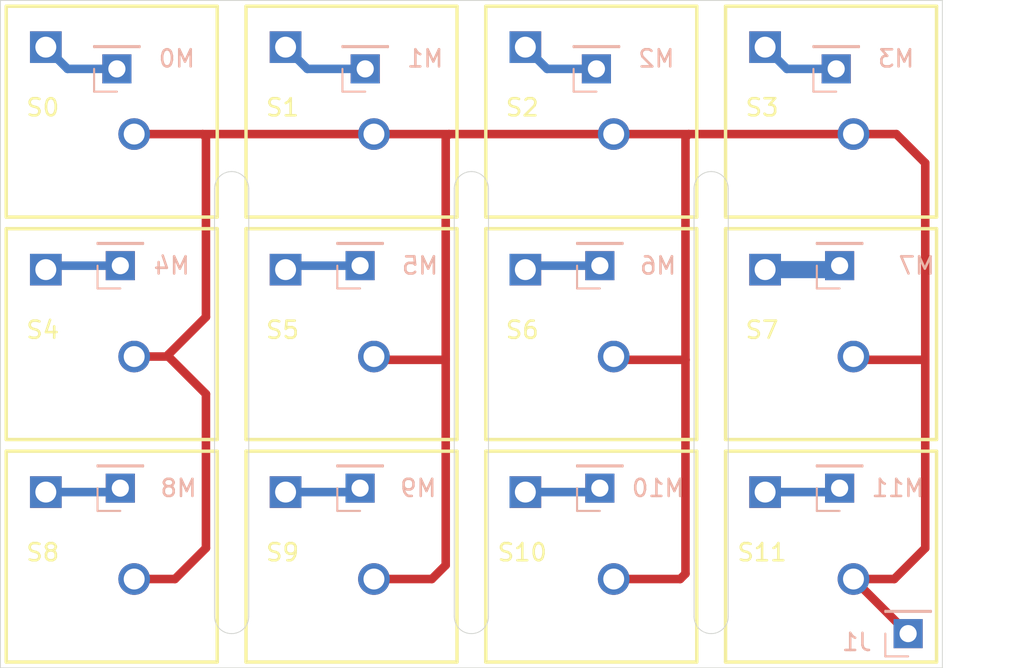
<source format=kicad_pcb>
(kicad_pcb (version 20171130) (host pcbnew "(5.1.10)-1")

  (general
    (thickness 1.6)
    (drawings 22)
    (tracks 66)
    (zones 0)
    (modules 25)
    (nets 14)
  )

  (page A4)
  (layers
    (0 F.Cu signal)
    (31 B.Cu signal)
    (32 B.Adhes user)
    (33 F.Adhes user)
    (34 B.Paste user)
    (35 F.Paste user)
    (36 B.SilkS user)
    (37 F.SilkS user)
    (38 B.Mask user)
    (39 F.Mask user)
    (40 Dwgs.User user)
    (41 Cmts.User user)
    (42 Eco1.User user)
    (43 Eco2.User user)
    (44 Edge.Cuts user)
    (45 Margin user)
    (46 B.CrtYd user)
    (47 F.CrtYd user)
    (48 B.Fab user)
    (49 F.Fab user hide)
  )

  (setup
    (last_trace_width 0.5)
    (user_trace_width 0.5)
    (user_trace_width 1)
    (trace_clearance 0.2)
    (zone_clearance 0.508)
    (zone_45_only no)
    (trace_min 0.2)
    (via_size 0.8)
    (via_drill 0.4)
    (via_min_size 0.4)
    (via_min_drill 0.3)
    (uvia_size 0.3)
    (uvia_drill 0.1)
    (uvias_allowed no)
    (uvia_min_size 0.2)
    (uvia_min_drill 0.1)
    (edge_width 0.05)
    (segment_width 0.2)
    (pcb_text_width 0.3)
    (pcb_text_size 1.5 1.5)
    (mod_edge_width 0.12)
    (mod_text_size 1 1)
    (mod_text_width 0.15)
    (pad_size 1.524 1.524)
    (pad_drill 0.762)
    (pad_to_mask_clearance 0)
    (aux_axis_origin 0 0)
    (visible_elements 7FFFFFFF)
    (pcbplotparams
      (layerselection 0x010fc_ffffffff)
      (usegerberextensions false)
      (usegerberattributes true)
      (usegerberadvancedattributes true)
      (creategerberjobfile true)
      (excludeedgelayer true)
      (linewidth 0.100000)
      (plotframeref false)
      (viasonmask false)
      (mode 1)
      (useauxorigin false)
      (hpglpennumber 1)
      (hpglpenspeed 20)
      (hpglpendiameter 15.000000)
      (psnegative false)
      (psa4output false)
      (plotreference true)
      (plotvalue true)
      (plotinvisibletext false)
      (padsonsilk false)
      (subtractmaskfromsilk false)
      (outputformat 1)
      (mirror false)
      (drillshape 0)
      (scaleselection 1)
      (outputdirectory "gerber/"))
  )

  (net 0 "")
  (net 1 +3V3)
  (net 2 "Net-(M0-Pad1)")
  (net 3 "Net-(M2-Pad1)")
  (net 4 "Net-(M3-Pad1)")
  (net 5 "Net-(M4-Pad1)")
  (net 6 "Net-(M5-Pad1)")
  (net 7 "Net-(M6-Pad1)")
  (net 8 "Net-(M7-Pad1)")
  (net 9 "Net-(M8-Pad1)")
  (net 10 "Net-(M9-Pad1)")
  (net 11 "Net-(M10-Pad1)")
  (net 12 "Net-(M11-Pad1)")
  (net 13 "Net-(M1-Pad1)")

  (net_class Default "This is the default net class."
    (clearance 0.2)
    (trace_width 0.25)
    (via_dia 0.8)
    (via_drill 0.4)
    (uvia_dia 0.3)
    (uvia_drill 0.1)
    (add_net "Net-(M0-Pad1)")
    (add_net "Net-(M1-Pad1)")
    (add_net "Net-(M10-Pad1)")
    (add_net "Net-(M11-Pad1)")
    (add_net "Net-(M2-Pad1)")
    (add_net "Net-(M3-Pad1)")
    (add_net "Net-(M4-Pad1)")
    (add_net "Net-(M5-Pad1)")
    (add_net "Net-(M6-Pad1)")
    (add_net "Net-(M7-Pad1)")
    (add_net "Net-(M8-Pad1)")
    (add_net "Net-(M9-Pad1)")
  )

  (net_class halfmm ""
    (clearance 0.2)
    (trace_width 0.5)
    (via_dia 0.8)
    (via_drill 0.4)
    (uvia_dia 0.3)
    (uvia_drill 0.1)
    (add_net +3V3)
  )

  (module SW_KS11R21CQD (layer F.Cu) (tedit 61898938) (tstamp 618A160F)
    (at 126.5 76.5)
    (path /618B5F7E)
    (fp_text reference S0 (at -4.0285 -0.24311) (layer F.SilkS)
      (effects (font (size 1.00115 1.00115) (thickness 0.15)))
    )
    (fp_text value KS11R21CQD (at 2.05757 7.07378) (layer F.Fab)
      (effects (font (size 1.001244 1.001244) (thickness 0.15)))
    )
    (fp_line (start -6.4 6.4) (end -6.4 -6.4) (layer F.CrtYd) (width 0.05))
    (fp_line (start 6.4 6.4) (end -6.4 6.4) (layer F.CrtYd) (width 0.05))
    (fp_line (start 6.4 -6.4) (end 6.4 6.4) (layer F.CrtYd) (width 0.05))
    (fp_line (start -6.4 -6.4) (end 6.4 -6.4) (layer F.CrtYd) (width 0.05))
    (fp_line (start 6.16 -6.16) (end 6.16 6.16) (layer F.SilkS) (width 0.2))
    (fp_line (start -6.16 -6.16) (end 6.16 -6.16) (layer F.SilkS) (width 0.2))
    (fp_line (start -6.16 6.16) (end -6.16 -6.16) (layer F.SilkS) (width 0.2))
    (fp_line (start 6.16 6.16) (end -6.16 6.16) (layer F.SilkS) (width 0.2))
    (pad None np_thru_hole circle (at -3.85 3.77) (size 1.22 1.22) (drill 1.22) (layers *.Cu *.Mask))
    (pad None np_thru_hole circle (at 3.77 -1.31) (size 1.22 1.22) (drill 1.22) (layers *.Cu *.Mask))
    (pad 3 thru_hole circle (at 1.31 1.31) (size 1.85 1.85) (drill 1.22) (layers *.Cu *.Mask)
      (net 1 +3V3))
    (pad 1 thru_hole rect (at -3.85 -3.77) (size 1.85 1.85) (drill 1.22) (layers *.Cu *.Mask)
      (net 2 "Net-(M0-Pad1)"))
  )

  (module SW_KS11R21CQD (layer F.Cu) (tedit 61898938) (tstamp 618A1228)
    (at 140.5 76.5)
    (path /618A2CFE)
    (fp_text reference S1 (at -4.0285 -0.24311) (layer F.SilkS)
      (effects (font (size 1.00115 1.00115) (thickness 0.15)))
    )
    (fp_text value KS11R21CQD (at 2.05757 7.07378) (layer F.Fab)
      (effects (font (size 1.001244 1.001244) (thickness 0.15)))
    )
    (fp_line (start 6.16 6.16) (end -6.16 6.16) (layer F.SilkS) (width 0.2))
    (fp_line (start -6.16 6.16) (end -6.16 -6.16) (layer F.SilkS) (width 0.2))
    (fp_line (start -6.16 -6.16) (end 6.16 -6.16) (layer F.SilkS) (width 0.2))
    (fp_line (start 6.16 -6.16) (end 6.16 6.16) (layer F.SilkS) (width 0.2))
    (fp_line (start -6.4 -6.4) (end 6.4 -6.4) (layer F.CrtYd) (width 0.05))
    (fp_line (start 6.4 -6.4) (end 6.4 6.4) (layer F.CrtYd) (width 0.05))
    (fp_line (start 6.4 6.4) (end -6.4 6.4) (layer F.CrtYd) (width 0.05))
    (fp_line (start -6.4 6.4) (end -6.4 -6.4) (layer F.CrtYd) (width 0.05))
    (pad 1 thru_hole rect (at -3.85 -3.77) (size 1.85 1.85) (drill 1.22) (layers *.Cu *.Mask)
      (net 13 "Net-(M1-Pad1)"))
    (pad 3 thru_hole circle (at 1.31 1.31) (size 1.85 1.85) (drill 1.22) (layers *.Cu *.Mask)
      (net 1 +3V3))
    (pad None np_thru_hole circle (at 3.77 -1.31) (size 1.22 1.22) (drill 1.22) (layers *.Cu *.Mask))
    (pad None np_thru_hole circle (at -3.85 3.77) (size 1.22 1.22) (drill 1.22) (layers *.Cu *.Mask))
  )

  (module SW_KS11R21CQD (layer F.Cu) (tedit 61898938) (tstamp 618A1238)
    (at 154.5 76.5)
    (path /618A9F3F)
    (fp_text reference S2 (at -4.0285 -0.24311) (layer F.SilkS)
      (effects (font (size 1.00115 1.00115) (thickness 0.15)))
    )
    (fp_text value KS11R21CQD (at 2.05757 7.07378) (layer F.Fab)
      (effects (font (size 1.001244 1.001244) (thickness 0.15)))
    )
    (fp_line (start -6.4 6.4) (end -6.4 -6.4) (layer F.CrtYd) (width 0.05))
    (fp_line (start 6.4 6.4) (end -6.4 6.4) (layer F.CrtYd) (width 0.05))
    (fp_line (start 6.4 -6.4) (end 6.4 6.4) (layer F.CrtYd) (width 0.05))
    (fp_line (start -6.4 -6.4) (end 6.4 -6.4) (layer F.CrtYd) (width 0.05))
    (fp_line (start 6.16 -6.16) (end 6.16 6.16) (layer F.SilkS) (width 0.2))
    (fp_line (start -6.16 -6.16) (end 6.16 -6.16) (layer F.SilkS) (width 0.2))
    (fp_line (start -6.16 6.16) (end -6.16 -6.16) (layer F.SilkS) (width 0.2))
    (fp_line (start 6.16 6.16) (end -6.16 6.16) (layer F.SilkS) (width 0.2))
    (pad None np_thru_hole circle (at -3.85 3.77) (size 1.22 1.22) (drill 1.22) (layers *.Cu *.Mask))
    (pad None np_thru_hole circle (at 3.77 -1.31) (size 1.22 1.22) (drill 1.22) (layers *.Cu *.Mask))
    (pad 3 thru_hole circle (at 1.31 1.31) (size 1.85 1.85) (drill 1.22) (layers *.Cu *.Mask)
      (net 1 +3V3))
    (pad 1 thru_hole rect (at -3.85 -3.77) (size 1.85 1.85) (drill 1.22) (layers *.Cu *.Mask)
      (net 3 "Net-(M2-Pad1)"))
  )

  (module SW_KS11R21CQD (layer F.Cu) (tedit 61898938) (tstamp 618A1248)
    (at 168.5 76.5)
    (path /618AAE26)
    (fp_text reference S3 (at -4.0285 -0.24311) (layer F.SilkS)
      (effects (font (size 1.00115 1.00115) (thickness 0.15)))
    )
    (fp_text value KS11R21CQD (at 2.05757 7.07378) (layer F.Fab)
      (effects (font (size 1.001244 1.001244) (thickness 0.15)))
    )
    (fp_line (start 6.16 6.16) (end -6.16 6.16) (layer F.SilkS) (width 0.2))
    (fp_line (start -6.16 6.16) (end -6.16 -6.16) (layer F.SilkS) (width 0.2))
    (fp_line (start -6.16 -6.16) (end 6.16 -6.16) (layer F.SilkS) (width 0.2))
    (fp_line (start 6.16 -6.16) (end 6.16 6.16) (layer F.SilkS) (width 0.2))
    (fp_line (start -6.4 -6.4) (end 6.4 -6.4) (layer F.CrtYd) (width 0.05))
    (fp_line (start 6.4 -6.4) (end 6.4 6.4) (layer F.CrtYd) (width 0.05))
    (fp_line (start 6.4 6.4) (end -6.4 6.4) (layer F.CrtYd) (width 0.05))
    (fp_line (start -6.4 6.4) (end -6.4 -6.4) (layer F.CrtYd) (width 0.05))
    (pad 1 thru_hole rect (at -3.85 -3.77) (size 1.85 1.85) (drill 1.22) (layers *.Cu *.Mask)
      (net 4 "Net-(M3-Pad1)"))
    (pad 3 thru_hole circle (at 1.31 1.31) (size 1.85 1.85) (drill 1.22) (layers *.Cu *.Mask)
      (net 1 +3V3))
    (pad None np_thru_hole circle (at 3.77 -1.31) (size 1.22 1.22) (drill 1.22) (layers *.Cu *.Mask))
    (pad None np_thru_hole circle (at -3.85 3.77) (size 1.22 1.22) (drill 1.22) (layers *.Cu *.Mask))
  )

  (module SW_KS11R21CQD (layer F.Cu) (tedit 61898938) (tstamp 618A1258)
    (at 126.5 89.5)
    (path /618AB6DD)
    (fp_text reference S4 (at -4.0285 -0.24311) (layer F.SilkS)
      (effects (font (size 1.00115 1.00115) (thickness 0.15)))
    )
    (fp_text value KS11R21CQD (at 2.05757 7.07378) (layer F.Fab)
      (effects (font (size 1.001244 1.001244) (thickness 0.15)))
    )
    (fp_line (start -6.4 6.4) (end -6.4 -6.4) (layer F.CrtYd) (width 0.05))
    (fp_line (start 6.4 6.4) (end -6.4 6.4) (layer F.CrtYd) (width 0.05))
    (fp_line (start 6.4 -6.4) (end 6.4 6.4) (layer F.CrtYd) (width 0.05))
    (fp_line (start -6.4 -6.4) (end 6.4 -6.4) (layer F.CrtYd) (width 0.05))
    (fp_line (start 6.16 -6.16) (end 6.16 6.16) (layer F.SilkS) (width 0.2))
    (fp_line (start -6.16 -6.16) (end 6.16 -6.16) (layer F.SilkS) (width 0.2))
    (fp_line (start -6.16 6.16) (end -6.16 -6.16) (layer F.SilkS) (width 0.2))
    (fp_line (start 6.16 6.16) (end -6.16 6.16) (layer F.SilkS) (width 0.2))
    (pad None np_thru_hole circle (at -3.85 3.77) (size 1.22 1.22) (drill 1.22) (layers *.Cu *.Mask))
    (pad None np_thru_hole circle (at 3.77 -1.31) (size 1.22 1.22) (drill 1.22) (layers *.Cu *.Mask))
    (pad 3 thru_hole circle (at 1.31 1.31) (size 1.85 1.85) (drill 1.22) (layers *.Cu *.Mask)
      (net 1 +3V3))
    (pad 1 thru_hole rect (at -3.85 -3.77) (size 1.85 1.85) (drill 1.22) (layers *.Cu *.Mask)
      (net 5 "Net-(M4-Pad1)"))
  )

  (module SW_KS11R21CQD (layer F.Cu) (tedit 61898938) (tstamp 618A1268)
    (at 140.5 89.5)
    (path /618ABE06)
    (fp_text reference S5 (at -4.0285 -0.24311) (layer F.SilkS)
      (effects (font (size 1.00115 1.00115) (thickness 0.15)))
    )
    (fp_text value KS11R21CQD (at 2.05757 7.07378) (layer F.Fab)
      (effects (font (size 1.001244 1.001244) (thickness 0.15)))
    )
    (fp_line (start 6.16 6.16) (end -6.16 6.16) (layer F.SilkS) (width 0.2))
    (fp_line (start -6.16 6.16) (end -6.16 -6.16) (layer F.SilkS) (width 0.2))
    (fp_line (start -6.16 -6.16) (end 6.16 -6.16) (layer F.SilkS) (width 0.2))
    (fp_line (start 6.16 -6.16) (end 6.16 6.16) (layer F.SilkS) (width 0.2))
    (fp_line (start -6.4 -6.4) (end 6.4 -6.4) (layer F.CrtYd) (width 0.05))
    (fp_line (start 6.4 -6.4) (end 6.4 6.4) (layer F.CrtYd) (width 0.05))
    (fp_line (start 6.4 6.4) (end -6.4 6.4) (layer F.CrtYd) (width 0.05))
    (fp_line (start -6.4 6.4) (end -6.4 -6.4) (layer F.CrtYd) (width 0.05))
    (pad 1 thru_hole rect (at -3.85 -3.77) (size 1.85 1.85) (drill 1.22) (layers *.Cu *.Mask)
      (net 6 "Net-(M5-Pad1)"))
    (pad 3 thru_hole circle (at 1.31 1.31) (size 1.85 1.85) (drill 1.22) (layers *.Cu *.Mask)
      (net 1 +3V3))
    (pad None np_thru_hole circle (at 3.77 -1.31) (size 1.22 1.22) (drill 1.22) (layers *.Cu *.Mask))
    (pad None np_thru_hole circle (at -3.85 3.77) (size 1.22 1.22) (drill 1.22) (layers *.Cu *.Mask))
  )

  (module SW_KS11R21CQD (layer F.Cu) (tedit 61898938) (tstamp 618A1278)
    (at 154.5 89.5)
    (path /618AC565)
    (fp_text reference S6 (at -4.0285 -0.24311) (layer F.SilkS)
      (effects (font (size 1.00115 1.00115) (thickness 0.15)))
    )
    (fp_text value KS11R21CQD (at 2.05757 7.07378) (layer F.Fab)
      (effects (font (size 1.001244 1.001244) (thickness 0.15)))
    )
    (fp_line (start -6.4 6.4) (end -6.4 -6.4) (layer F.CrtYd) (width 0.05))
    (fp_line (start 6.4 6.4) (end -6.4 6.4) (layer F.CrtYd) (width 0.05))
    (fp_line (start 6.4 -6.4) (end 6.4 6.4) (layer F.CrtYd) (width 0.05))
    (fp_line (start -6.4 -6.4) (end 6.4 -6.4) (layer F.CrtYd) (width 0.05))
    (fp_line (start 6.16 -6.16) (end 6.16 6.16) (layer F.SilkS) (width 0.2))
    (fp_line (start -6.16 -6.16) (end 6.16 -6.16) (layer F.SilkS) (width 0.2))
    (fp_line (start -6.16 6.16) (end -6.16 -6.16) (layer F.SilkS) (width 0.2))
    (fp_line (start 6.16 6.16) (end -6.16 6.16) (layer F.SilkS) (width 0.2))
    (pad None np_thru_hole circle (at -3.85 3.77) (size 1.22 1.22) (drill 1.22) (layers *.Cu *.Mask))
    (pad None np_thru_hole circle (at 3.77 -1.31) (size 1.22 1.22) (drill 1.22) (layers *.Cu *.Mask))
    (pad 3 thru_hole circle (at 1.31 1.31) (size 1.85 1.85) (drill 1.22) (layers *.Cu *.Mask)
      (net 1 +3V3))
    (pad 1 thru_hole rect (at -3.85 -3.77) (size 1.85 1.85) (drill 1.22) (layers *.Cu *.Mask)
      (net 7 "Net-(M6-Pad1)"))
  )

  (module SW_KS11R21CQD (layer F.Cu) (tedit 61898938) (tstamp 618A1288)
    (at 168.5 89.5)
    (path /618ACC56)
    (fp_text reference S7 (at -4.0285 -0.24311) (layer F.SilkS)
      (effects (font (size 1.00115 1.00115) (thickness 0.15)))
    )
    (fp_text value KS11R21CQD (at 2.05757 7.07378) (layer F.Fab)
      (effects (font (size 1.001244 1.001244) (thickness 0.15)))
    )
    (fp_line (start 6.16 6.16) (end -6.16 6.16) (layer F.SilkS) (width 0.2))
    (fp_line (start -6.16 6.16) (end -6.16 -6.16) (layer F.SilkS) (width 0.2))
    (fp_line (start -6.16 -6.16) (end 6.16 -6.16) (layer F.SilkS) (width 0.2))
    (fp_line (start 6.16 -6.16) (end 6.16 6.16) (layer F.SilkS) (width 0.2))
    (fp_line (start -6.4 -6.4) (end 6.4 -6.4) (layer F.CrtYd) (width 0.05))
    (fp_line (start 6.4 -6.4) (end 6.4 6.4) (layer F.CrtYd) (width 0.05))
    (fp_line (start 6.4 6.4) (end -6.4 6.4) (layer F.CrtYd) (width 0.05))
    (fp_line (start -6.4 6.4) (end -6.4 -6.4) (layer F.CrtYd) (width 0.05))
    (pad 1 thru_hole rect (at -3.85 -3.77) (size 1.85 1.85) (drill 1.22) (layers *.Cu *.Mask)
      (net 8 "Net-(M7-Pad1)"))
    (pad 3 thru_hole circle (at 1.31 1.31) (size 1.85 1.85) (drill 1.22) (layers *.Cu *.Mask)
      (net 1 +3V3))
    (pad None np_thru_hole circle (at 3.77 -1.31) (size 1.22 1.22) (drill 1.22) (layers *.Cu *.Mask))
    (pad None np_thru_hole circle (at -3.85 3.77) (size 1.22 1.22) (drill 1.22) (layers *.Cu *.Mask))
  )

  (module SW_KS11R21CQD (layer F.Cu) (tedit 61898938) (tstamp 618A1298)
    (at 126.5 102.5)
    (path /618AD5A1)
    (fp_text reference S8 (at -4.0285 -0.24311) (layer F.SilkS)
      (effects (font (size 1.00115 1.00115) (thickness 0.15)))
    )
    (fp_text value KS11R21CQD (at 2.05757 7.07378) (layer F.Fab)
      (effects (font (size 1.001244 1.001244) (thickness 0.15)))
    )
    (fp_line (start -6.4 6.4) (end -6.4 -6.4) (layer F.CrtYd) (width 0.05))
    (fp_line (start 6.4 6.4) (end -6.4 6.4) (layer F.CrtYd) (width 0.05))
    (fp_line (start 6.4 -6.4) (end 6.4 6.4) (layer F.CrtYd) (width 0.05))
    (fp_line (start -6.4 -6.4) (end 6.4 -6.4) (layer F.CrtYd) (width 0.05))
    (fp_line (start 6.16 -6.16) (end 6.16 6.16) (layer F.SilkS) (width 0.2))
    (fp_line (start -6.16 -6.16) (end 6.16 -6.16) (layer F.SilkS) (width 0.2))
    (fp_line (start -6.16 6.16) (end -6.16 -6.16) (layer F.SilkS) (width 0.2))
    (fp_line (start 6.16 6.16) (end -6.16 6.16) (layer F.SilkS) (width 0.2))
    (pad None np_thru_hole circle (at -3.85 3.77) (size 1.22 1.22) (drill 1.22) (layers *.Cu *.Mask))
    (pad None np_thru_hole circle (at 3.77 -1.31) (size 1.22 1.22) (drill 1.22) (layers *.Cu *.Mask))
    (pad 3 thru_hole circle (at 1.31 1.31) (size 1.85 1.85) (drill 1.22) (layers *.Cu *.Mask)
      (net 1 +3V3))
    (pad 1 thru_hole rect (at -3.85 -3.77) (size 1.85 1.85) (drill 1.22) (layers *.Cu *.Mask)
      (net 9 "Net-(M8-Pad1)"))
  )

  (module SW_KS11R21CQD (layer F.Cu) (tedit 61898938) (tstamp 618A12A8)
    (at 140.5 102.5)
    (path /618ADE5E)
    (fp_text reference S9 (at -4.0285 -0.24311) (layer F.SilkS)
      (effects (font (size 1.00115 1.00115) (thickness 0.15)))
    )
    (fp_text value KS11R21CQD (at 2.05757 7.07378) (layer F.Fab)
      (effects (font (size 1.001244 1.001244) (thickness 0.15)))
    )
    (fp_line (start 6.16 6.16) (end -6.16 6.16) (layer F.SilkS) (width 0.2))
    (fp_line (start -6.16 6.16) (end -6.16 -6.16) (layer F.SilkS) (width 0.2))
    (fp_line (start -6.16 -6.16) (end 6.16 -6.16) (layer F.SilkS) (width 0.2))
    (fp_line (start 6.16 -6.16) (end 6.16 6.16) (layer F.SilkS) (width 0.2))
    (fp_line (start -6.4 -6.4) (end 6.4 -6.4) (layer F.CrtYd) (width 0.05))
    (fp_line (start 6.4 -6.4) (end 6.4 6.4) (layer F.CrtYd) (width 0.05))
    (fp_line (start 6.4 6.4) (end -6.4 6.4) (layer F.CrtYd) (width 0.05))
    (fp_line (start -6.4 6.4) (end -6.4 -6.4) (layer F.CrtYd) (width 0.05))
    (pad 1 thru_hole rect (at -3.85 -3.77) (size 1.85 1.85) (drill 1.22) (layers *.Cu *.Mask)
      (net 10 "Net-(M9-Pad1)"))
    (pad 3 thru_hole circle (at 1.31 1.31) (size 1.85 1.85) (drill 1.22) (layers *.Cu *.Mask)
      (net 1 +3V3))
    (pad None np_thru_hole circle (at 3.77 -1.31) (size 1.22 1.22) (drill 1.22) (layers *.Cu *.Mask))
    (pad None np_thru_hole circle (at -3.85 3.77) (size 1.22 1.22) (drill 1.22) (layers *.Cu *.Mask))
  )

  (module SW_KS11R21CQD (layer F.Cu) (tedit 61898938) (tstamp 618A12B8)
    (at 154.5 102.5)
    (path /618AE70D)
    (fp_text reference S10 (at -4.0285 -0.24311) (layer F.SilkS)
      (effects (font (size 1.00115 1.00115) (thickness 0.15)))
    )
    (fp_text value KS11R21CQD (at 2.05757 7.07378) (layer F.Fab)
      (effects (font (size 1.001244 1.001244) (thickness 0.15)))
    )
    (fp_line (start -6.4 6.4) (end -6.4 -6.4) (layer F.CrtYd) (width 0.05))
    (fp_line (start 6.4 6.4) (end -6.4 6.4) (layer F.CrtYd) (width 0.05))
    (fp_line (start 6.4 -6.4) (end 6.4 6.4) (layer F.CrtYd) (width 0.05))
    (fp_line (start -6.4 -6.4) (end 6.4 -6.4) (layer F.CrtYd) (width 0.05))
    (fp_line (start 6.16 -6.16) (end 6.16 6.16) (layer F.SilkS) (width 0.2))
    (fp_line (start -6.16 -6.16) (end 6.16 -6.16) (layer F.SilkS) (width 0.2))
    (fp_line (start -6.16 6.16) (end -6.16 -6.16) (layer F.SilkS) (width 0.2))
    (fp_line (start 6.16 6.16) (end -6.16 6.16) (layer F.SilkS) (width 0.2))
    (pad None np_thru_hole circle (at -3.85 3.77) (size 1.22 1.22) (drill 1.22) (layers *.Cu *.Mask))
    (pad None np_thru_hole circle (at 3.77 -1.31) (size 1.22 1.22) (drill 1.22) (layers *.Cu *.Mask))
    (pad 3 thru_hole circle (at 1.31 1.31) (size 1.85 1.85) (drill 1.22) (layers *.Cu *.Mask)
      (net 1 +3V3))
    (pad 1 thru_hole rect (at -3.85 -3.77) (size 1.85 1.85) (drill 1.22) (layers *.Cu *.Mask)
      (net 11 "Net-(M10-Pad1)"))
  )

  (module SW_KS11R21CQD (layer F.Cu) (tedit 61898938) (tstamp 618A12C8)
    (at 168.5 102.5)
    (path /618AEFB8)
    (fp_text reference S11 (at -4.0285 -0.24311) (layer F.SilkS)
      (effects (font (size 1.00115 1.00115) (thickness 0.15)))
    )
    (fp_text value KS11R21CQD (at 2.05757 7.07378) (layer F.Fab)
      (effects (font (size 1.001244 1.001244) (thickness 0.15)))
    )
    (fp_line (start 6.16 6.16) (end -6.16 6.16) (layer F.SilkS) (width 0.2))
    (fp_line (start -6.16 6.16) (end -6.16 -6.16) (layer F.SilkS) (width 0.2))
    (fp_line (start -6.16 -6.16) (end 6.16 -6.16) (layer F.SilkS) (width 0.2))
    (fp_line (start 6.16 -6.16) (end 6.16 6.16) (layer F.SilkS) (width 0.2))
    (fp_line (start -6.4 -6.4) (end 6.4 -6.4) (layer F.CrtYd) (width 0.05))
    (fp_line (start 6.4 -6.4) (end 6.4 6.4) (layer F.CrtYd) (width 0.05))
    (fp_line (start 6.4 6.4) (end -6.4 6.4) (layer F.CrtYd) (width 0.05))
    (fp_line (start -6.4 6.4) (end -6.4 -6.4) (layer F.CrtYd) (width 0.05))
    (pad 1 thru_hole rect (at -3.85 -3.77) (size 1.85 1.85) (drill 1.22) (layers *.Cu *.Mask)
      (net 12 "Net-(M11-Pad1)"))
    (pad 3 thru_hole circle (at 1.31 1.31) (size 1.85 1.85) (drill 1.22) (layers *.Cu *.Mask)
      (net 1 +3V3))
    (pad None np_thru_hole circle (at 3.77 -1.31) (size 1.22 1.22) (drill 1.22) (layers *.Cu *.Mask))
    (pad None np_thru_hole circle (at -3.85 3.77) (size 1.22 1.22) (drill 1.22) (layers *.Cu *.Mask))
  )

  (module Connector_PinHeader_2.54mm:PinHeader_1x01_P2.54mm_Vertical (layer B.Cu) (tedit 59FED5CC) (tstamp 618A1B4F)
    (at 173 107)
    (descr "Through hole straight pin header, 1x01, 2.54mm pitch, single row")
    (tags "Through hole pin header THT 1x01 2.54mm single row")
    (path /61863BE5)
    (fp_text reference J1 (at -3 0.5) (layer B.SilkS)
      (effects (font (size 1 1) (thickness 0.15)) (justify mirror))
    )
    (fp_text value Conn_01x01_Male (at 0 -2.33) (layer B.Fab)
      (effects (font (size 1 1) (thickness 0.15)) (justify mirror))
    )
    (fp_text user %R (at 0 0 -90) (layer B.Fab)
      (effects (font (size 1 1) (thickness 0.15)) (justify mirror))
    )
    (fp_line (start -0.635 1.27) (end 1.27 1.27) (layer B.Fab) (width 0.1))
    (fp_line (start 1.27 1.27) (end 1.27 -1.27) (layer B.Fab) (width 0.1))
    (fp_line (start 1.27 -1.27) (end -1.27 -1.27) (layer B.Fab) (width 0.1))
    (fp_line (start -1.27 -1.27) (end -1.27 0.635) (layer B.Fab) (width 0.1))
    (fp_line (start -1.27 0.635) (end -0.635 1.27) (layer B.Fab) (width 0.1))
    (fp_line (start -1.33 -1.33) (end 1.33 -1.33) (layer B.SilkS) (width 0.12))
    (fp_line (start -1.33 -1.27) (end -1.33 -1.33) (layer B.SilkS) (width 0.12))
    (fp_line (start 1.33 -1.27) (end 1.33 -1.33) (layer B.SilkS) (width 0.12))
    (fp_line (start -1.33 -1.27) (end 1.33 -1.27) (layer B.SilkS) (width 0.12))
    (fp_line (start -1.33 0) (end -1.33 1.33) (layer B.SilkS) (width 0.12))
    (fp_line (start -1.33 1.33) (end 0 1.33) (layer B.SilkS) (width 0.12))
    (fp_line (start -1.8 1.8) (end -1.8 -1.8) (layer B.CrtYd) (width 0.05))
    (fp_line (start -1.8 -1.8) (end 1.8 -1.8) (layer B.CrtYd) (width 0.05))
    (fp_line (start 1.8 -1.8) (end 1.8 1.8) (layer B.CrtYd) (width 0.05))
    (fp_line (start 1.8 1.8) (end -1.8 1.8) (layer B.CrtYd) (width 0.05))
    (pad 1 thru_hole rect (at 0 0) (size 1.7 1.7) (drill 1) (layers *.Cu *.Mask)
      (net 1 +3V3))
    (model ${KISYS3DMOD}/Connector_PinHeader_2.54mm.3dshapes/PinHeader_1x01_P2.54mm_Vertical.wrl
      (at (xyz 0 0 0))
      (scale (xyz 1 1 1))
      (rotate (xyz 0 0 0))
    )
  )

  (module Connector_PinHeader_2.54mm:PinHeader_1x01_P2.54mm_Vertical (layer B.Cu) (tedit 59FED5CC) (tstamp 618A1B64)
    (at 126.8 74)
    (descr "Through hole straight pin header, 1x01, 2.54mm pitch, single row")
    (tags "Through hole pin header THT 1x01 2.54mm single row")
    (path /61871727)
    (fp_text reference M0 (at 3.5 -0.6) (layer B.SilkS)
      (effects (font (size 1 1) (thickness 0.15)) (justify mirror))
    )
    (fp_text value Conn_01x01_Male (at 0 -2.33) (layer B.Fab)
      (effects (font (size 1 1) (thickness 0.15)) (justify mirror))
    )
    (fp_line (start 1.8 1.8) (end -1.8 1.8) (layer B.CrtYd) (width 0.05))
    (fp_line (start 1.8 -1.8) (end 1.8 1.8) (layer B.CrtYd) (width 0.05))
    (fp_line (start -1.8 -1.8) (end 1.8 -1.8) (layer B.CrtYd) (width 0.05))
    (fp_line (start -1.8 1.8) (end -1.8 -1.8) (layer B.CrtYd) (width 0.05))
    (fp_line (start -1.33 1.33) (end 0 1.33) (layer B.SilkS) (width 0.12))
    (fp_line (start -1.33 0) (end -1.33 1.33) (layer B.SilkS) (width 0.12))
    (fp_line (start -1.33 -1.27) (end 1.33 -1.27) (layer B.SilkS) (width 0.12))
    (fp_line (start 1.33 -1.27) (end 1.33 -1.33) (layer B.SilkS) (width 0.12))
    (fp_line (start -1.33 -1.27) (end -1.33 -1.33) (layer B.SilkS) (width 0.12))
    (fp_line (start -1.33 -1.33) (end 1.33 -1.33) (layer B.SilkS) (width 0.12))
    (fp_line (start -1.27 0.635) (end -0.635 1.27) (layer B.Fab) (width 0.1))
    (fp_line (start -1.27 -1.27) (end -1.27 0.635) (layer B.Fab) (width 0.1))
    (fp_line (start 1.27 -1.27) (end -1.27 -1.27) (layer B.Fab) (width 0.1))
    (fp_line (start 1.27 1.27) (end 1.27 -1.27) (layer B.Fab) (width 0.1))
    (fp_line (start -0.635 1.27) (end 1.27 1.27) (layer B.Fab) (width 0.1))
    (fp_text user %R (at 0 0 270) (layer B.Fab)
      (effects (font (size 1 1) (thickness 0.15)) (justify mirror))
    )
    (pad 1 thru_hole rect (at 0 0) (size 1.7 1.7) (drill 1) (layers *.Cu *.Mask)
      (net 2 "Net-(M0-Pad1)"))
    (model ${KISYS3DMOD}/Connector_PinHeader_2.54mm.3dshapes/PinHeader_1x01_P2.54mm_Vertical.wrl
      (at (xyz 0 0 0))
      (scale (xyz 1 1 1))
      (rotate (xyz 0 0 0))
    )
  )

  (module Connector_PinHeader_2.54mm:PinHeader_1x01_P2.54mm_Vertical (layer B.Cu) (tedit 59FED5CC) (tstamp 618A1B79)
    (at 141.3 74)
    (descr "Through hole straight pin header, 1x01, 2.54mm pitch, single row")
    (tags "Through hole pin header THT 1x01 2.54mm single row")
    (path /6187271F)
    (fp_text reference M1 (at 3.5 -0.6) (layer B.SilkS)
      (effects (font (size 1 1) (thickness 0.15)) (justify mirror))
    )
    (fp_text value Conn_01x01_Male (at 0 -2.33) (layer B.Fab)
      (effects (font (size 1 1) (thickness 0.15)) (justify mirror))
    )
    (fp_text user %R (at 0 0 270) (layer B.Fab)
      (effects (font (size 1 1) (thickness 0.15)) (justify mirror))
    )
    (fp_line (start -0.635 1.27) (end 1.27 1.27) (layer B.Fab) (width 0.1))
    (fp_line (start 1.27 1.27) (end 1.27 -1.27) (layer B.Fab) (width 0.1))
    (fp_line (start 1.27 -1.27) (end -1.27 -1.27) (layer B.Fab) (width 0.1))
    (fp_line (start -1.27 -1.27) (end -1.27 0.635) (layer B.Fab) (width 0.1))
    (fp_line (start -1.27 0.635) (end -0.635 1.27) (layer B.Fab) (width 0.1))
    (fp_line (start -1.33 -1.33) (end 1.33 -1.33) (layer B.SilkS) (width 0.12))
    (fp_line (start -1.33 -1.27) (end -1.33 -1.33) (layer B.SilkS) (width 0.12))
    (fp_line (start 1.33 -1.27) (end 1.33 -1.33) (layer B.SilkS) (width 0.12))
    (fp_line (start -1.33 -1.27) (end 1.33 -1.27) (layer B.SilkS) (width 0.12))
    (fp_line (start -1.33 0) (end -1.33 1.33) (layer B.SilkS) (width 0.12))
    (fp_line (start -1.33 1.33) (end 0 1.33) (layer B.SilkS) (width 0.12))
    (fp_line (start -1.8 1.8) (end -1.8 -1.8) (layer B.CrtYd) (width 0.05))
    (fp_line (start -1.8 -1.8) (end 1.8 -1.8) (layer B.CrtYd) (width 0.05))
    (fp_line (start 1.8 -1.8) (end 1.8 1.8) (layer B.CrtYd) (width 0.05))
    (fp_line (start 1.8 1.8) (end -1.8 1.8) (layer B.CrtYd) (width 0.05))
    (pad 1 thru_hole rect (at 0 0) (size 1.7 1.7) (drill 1) (layers *.Cu *.Mask)
      (net 13 "Net-(M1-Pad1)"))
    (model ${KISYS3DMOD}/Connector_PinHeader_2.54mm.3dshapes/PinHeader_1x01_P2.54mm_Vertical.wrl
      (at (xyz 0 0 0))
      (scale (xyz 1 1 1))
      (rotate (xyz 0 0 0))
    )
  )

  (module Connector_PinHeader_2.54mm:PinHeader_1x01_P2.54mm_Vertical (layer B.Cu) (tedit 59FED5CC) (tstamp 618A1B8E)
    (at 154.8 74)
    (descr "Through hole straight pin header, 1x01, 2.54mm pitch, single row")
    (tags "Through hole pin header THT 1x01 2.54mm single row")
    (path /61873214)
    (fp_text reference M2 (at 3.5 -0.6) (layer B.SilkS)
      (effects (font (size 1 1) (thickness 0.15)) (justify mirror))
    )
    (fp_text value Conn_01x01_Male (at 0 -2.33) (layer B.Fab)
      (effects (font (size 1 1) (thickness 0.15)) (justify mirror))
    )
    (fp_line (start 1.8 1.8) (end -1.8 1.8) (layer B.CrtYd) (width 0.05))
    (fp_line (start 1.8 -1.8) (end 1.8 1.8) (layer B.CrtYd) (width 0.05))
    (fp_line (start -1.8 -1.8) (end 1.8 -1.8) (layer B.CrtYd) (width 0.05))
    (fp_line (start -1.8 1.8) (end -1.8 -1.8) (layer B.CrtYd) (width 0.05))
    (fp_line (start -1.33 1.33) (end 0 1.33) (layer B.SilkS) (width 0.12))
    (fp_line (start -1.33 0) (end -1.33 1.33) (layer B.SilkS) (width 0.12))
    (fp_line (start -1.33 -1.27) (end 1.33 -1.27) (layer B.SilkS) (width 0.12))
    (fp_line (start 1.33 -1.27) (end 1.33 -1.33) (layer B.SilkS) (width 0.12))
    (fp_line (start -1.33 -1.27) (end -1.33 -1.33) (layer B.SilkS) (width 0.12))
    (fp_line (start -1.33 -1.33) (end 1.33 -1.33) (layer B.SilkS) (width 0.12))
    (fp_line (start -1.27 0.635) (end -0.635 1.27) (layer B.Fab) (width 0.1))
    (fp_line (start -1.27 -1.27) (end -1.27 0.635) (layer B.Fab) (width 0.1))
    (fp_line (start 1.27 -1.27) (end -1.27 -1.27) (layer B.Fab) (width 0.1))
    (fp_line (start 1.27 1.27) (end 1.27 -1.27) (layer B.Fab) (width 0.1))
    (fp_line (start -0.635 1.27) (end 1.27 1.27) (layer B.Fab) (width 0.1))
    (fp_text user %R (at 0 0 270) (layer B.Fab)
      (effects (font (size 1 1) (thickness 0.15)) (justify mirror))
    )
    (pad 1 thru_hole rect (at 0 0) (size 1.7 1.7) (drill 1) (layers *.Cu *.Mask)
      (net 3 "Net-(M2-Pad1)"))
    (model ${KISYS3DMOD}/Connector_PinHeader_2.54mm.3dshapes/PinHeader_1x01_P2.54mm_Vertical.wrl
      (at (xyz 0 0 0))
      (scale (xyz 1 1 1))
      (rotate (xyz 0 0 0))
    )
  )

  (module Connector_PinHeader_2.54mm:PinHeader_1x01_P2.54mm_Vertical (layer B.Cu) (tedit 59FED5CC) (tstamp 618A1BA3)
    (at 168.8 74)
    (descr "Through hole straight pin header, 1x01, 2.54mm pitch, single row")
    (tags "Through hole pin header THT 1x01 2.54mm single row")
    (path /6187385E)
    (fp_text reference M3 (at 3.5 -0.6) (layer B.SilkS)
      (effects (font (size 1 1) (thickness 0.15)) (justify mirror))
    )
    (fp_text value Conn_01x01_Male (at 0 -2.33) (layer B.Fab)
      (effects (font (size 1 1) (thickness 0.15)) (justify mirror))
    )
    (fp_text user %R (at 0 0 270) (layer B.Fab)
      (effects (font (size 1 1) (thickness 0.15)) (justify mirror))
    )
    (fp_line (start -0.635 1.27) (end 1.27 1.27) (layer B.Fab) (width 0.1))
    (fp_line (start 1.27 1.27) (end 1.27 -1.27) (layer B.Fab) (width 0.1))
    (fp_line (start 1.27 -1.27) (end -1.27 -1.27) (layer B.Fab) (width 0.1))
    (fp_line (start -1.27 -1.27) (end -1.27 0.635) (layer B.Fab) (width 0.1))
    (fp_line (start -1.27 0.635) (end -0.635 1.27) (layer B.Fab) (width 0.1))
    (fp_line (start -1.33 -1.33) (end 1.33 -1.33) (layer B.SilkS) (width 0.12))
    (fp_line (start -1.33 -1.27) (end -1.33 -1.33) (layer B.SilkS) (width 0.12))
    (fp_line (start 1.33 -1.27) (end 1.33 -1.33) (layer B.SilkS) (width 0.12))
    (fp_line (start -1.33 -1.27) (end 1.33 -1.27) (layer B.SilkS) (width 0.12))
    (fp_line (start -1.33 0) (end -1.33 1.33) (layer B.SilkS) (width 0.12))
    (fp_line (start -1.33 1.33) (end 0 1.33) (layer B.SilkS) (width 0.12))
    (fp_line (start -1.8 1.8) (end -1.8 -1.8) (layer B.CrtYd) (width 0.05))
    (fp_line (start -1.8 -1.8) (end 1.8 -1.8) (layer B.CrtYd) (width 0.05))
    (fp_line (start 1.8 -1.8) (end 1.8 1.8) (layer B.CrtYd) (width 0.05))
    (fp_line (start 1.8 1.8) (end -1.8 1.8) (layer B.CrtYd) (width 0.05))
    (pad 1 thru_hole rect (at 0 0) (size 1.7 1.7) (drill 1) (layers *.Cu *.Mask)
      (net 4 "Net-(M3-Pad1)"))
    (model ${KISYS3DMOD}/Connector_PinHeader_2.54mm.3dshapes/PinHeader_1x01_P2.54mm_Vertical.wrl
      (at (xyz 0 0 0))
      (scale (xyz 1 1 1))
      (rotate (xyz 0 0 0))
    )
  )

  (module Connector_PinHeader_2.54mm:PinHeader_1x01_P2.54mm_Vertical (layer B.Cu) (tedit 59FED5CC) (tstamp 618A46D0)
    (at 127 85.5)
    (descr "Through hole straight pin header, 1x01, 2.54mm pitch, single row")
    (tags "Through hole pin header THT 1x01 2.54mm single row")
    (path /61873C42)
    (fp_text reference M4 (at 3 0) (layer B.SilkS)
      (effects (font (size 1 1) (thickness 0.15)) (justify mirror))
    )
    (fp_text value Conn_01x01_Male (at 0 -2.33) (layer B.Fab)
      (effects (font (size 1 1) (thickness 0.15)) (justify mirror))
    )
    (fp_line (start 1.8 1.8) (end -1.8 1.8) (layer B.CrtYd) (width 0.05))
    (fp_line (start 1.8 -1.8) (end 1.8 1.8) (layer B.CrtYd) (width 0.05))
    (fp_line (start -1.8 -1.8) (end 1.8 -1.8) (layer B.CrtYd) (width 0.05))
    (fp_line (start -1.8 1.8) (end -1.8 -1.8) (layer B.CrtYd) (width 0.05))
    (fp_line (start -1.33 1.33) (end 0 1.33) (layer B.SilkS) (width 0.12))
    (fp_line (start -1.33 0) (end -1.33 1.33) (layer B.SilkS) (width 0.12))
    (fp_line (start -1.33 -1.27) (end 1.33 -1.27) (layer B.SilkS) (width 0.12))
    (fp_line (start 1.33 -1.27) (end 1.33 -1.33) (layer B.SilkS) (width 0.12))
    (fp_line (start -1.33 -1.27) (end -1.33 -1.33) (layer B.SilkS) (width 0.12))
    (fp_line (start -1.33 -1.33) (end 1.33 -1.33) (layer B.SilkS) (width 0.12))
    (fp_line (start -1.27 0.635) (end -0.635 1.27) (layer B.Fab) (width 0.1))
    (fp_line (start -1.27 -1.27) (end -1.27 0.635) (layer B.Fab) (width 0.1))
    (fp_line (start 1.27 -1.27) (end -1.27 -1.27) (layer B.Fab) (width 0.1))
    (fp_line (start 1.27 1.27) (end 1.27 -1.27) (layer B.Fab) (width 0.1))
    (fp_line (start -0.635 1.27) (end 1.27 1.27) (layer B.Fab) (width 0.1))
    (fp_text user %R (at 0 0 -90) (layer B.Fab)
      (effects (font (size 1 1) (thickness 0.15)) (justify mirror))
    )
    (pad 1 thru_hole rect (at 0 0) (size 1.7 1.7) (drill 1) (layers *.Cu *.Mask)
      (net 5 "Net-(M4-Pad1)"))
    (model ${KISYS3DMOD}/Connector_PinHeader_2.54mm.3dshapes/PinHeader_1x01_P2.54mm_Vertical.wrl
      (at (xyz 0 0 0))
      (scale (xyz 1 1 1))
      (rotate (xyz 0 0 0))
    )
  )

  (module Connector_PinHeader_2.54mm:PinHeader_1x01_P2.54mm_Vertical (layer B.Cu) (tedit 59FED5CC) (tstamp 618A45CA)
    (at 141 85.5)
    (descr "Through hole straight pin header, 1x01, 2.54mm pitch, single row")
    (tags "Through hole pin header THT 1x01 2.54mm single row")
    (path /618740D7)
    (fp_text reference M5 (at 3.5 0) (layer B.SilkS)
      (effects (font (size 1 1) (thickness 0.15)) (justify mirror))
    )
    (fp_text value Conn_01x01_Male (at 0 -2.33) (layer B.Fab)
      (effects (font (size 1 1) (thickness 0.15)) (justify mirror))
    )
    (fp_text user %R (at 0 0 -90) (layer B.Fab)
      (effects (font (size 1 1) (thickness 0.15)) (justify mirror))
    )
    (fp_line (start -0.635 1.27) (end 1.27 1.27) (layer B.Fab) (width 0.1))
    (fp_line (start 1.27 1.27) (end 1.27 -1.27) (layer B.Fab) (width 0.1))
    (fp_line (start 1.27 -1.27) (end -1.27 -1.27) (layer B.Fab) (width 0.1))
    (fp_line (start -1.27 -1.27) (end -1.27 0.635) (layer B.Fab) (width 0.1))
    (fp_line (start -1.27 0.635) (end -0.635 1.27) (layer B.Fab) (width 0.1))
    (fp_line (start -1.33 -1.33) (end 1.33 -1.33) (layer B.SilkS) (width 0.12))
    (fp_line (start -1.33 -1.27) (end -1.33 -1.33) (layer B.SilkS) (width 0.12))
    (fp_line (start 1.33 -1.27) (end 1.33 -1.33) (layer B.SilkS) (width 0.12))
    (fp_line (start -1.33 -1.27) (end 1.33 -1.27) (layer B.SilkS) (width 0.12))
    (fp_line (start -1.33 0) (end -1.33 1.33) (layer B.SilkS) (width 0.12))
    (fp_line (start -1.33 1.33) (end 0 1.33) (layer B.SilkS) (width 0.12))
    (fp_line (start -1.8 1.8) (end -1.8 -1.8) (layer B.CrtYd) (width 0.05))
    (fp_line (start -1.8 -1.8) (end 1.8 -1.8) (layer B.CrtYd) (width 0.05))
    (fp_line (start 1.8 -1.8) (end 1.8 1.8) (layer B.CrtYd) (width 0.05))
    (fp_line (start 1.8 1.8) (end -1.8 1.8) (layer B.CrtYd) (width 0.05))
    (pad 1 thru_hole rect (at 0 0) (size 1.7 1.7) (drill 1) (layers *.Cu *.Mask)
      (net 6 "Net-(M5-Pad1)"))
    (model ${KISYS3DMOD}/Connector_PinHeader_2.54mm.3dshapes/PinHeader_1x01_P2.54mm_Vertical.wrl
      (at (xyz 0 0 0))
      (scale (xyz 1 1 1))
      (rotate (xyz 0 0 0))
    )
  )

  (module Connector_PinHeader_2.54mm:PinHeader_1x01_P2.54mm_Vertical (layer B.Cu) (tedit 59FED5CC) (tstamp 618A4516)
    (at 155 85.5)
    (descr "Through hole straight pin header, 1x01, 2.54mm pitch, single row")
    (tags "Through hole pin header THT 1x01 2.54mm single row")
    (path /61874475)
    (fp_text reference M6 (at 3.4 0) (layer B.SilkS)
      (effects (font (size 1 1) (thickness 0.15)) (justify mirror))
    )
    (fp_text value Conn_01x01_Male (at 0 -2.33) (layer B.Fab)
      (effects (font (size 1 1) (thickness 0.15)) (justify mirror))
    )
    (fp_line (start 1.8 1.8) (end -1.8 1.8) (layer B.CrtYd) (width 0.05))
    (fp_line (start 1.8 -1.8) (end 1.8 1.8) (layer B.CrtYd) (width 0.05))
    (fp_line (start -1.8 -1.8) (end 1.8 -1.8) (layer B.CrtYd) (width 0.05))
    (fp_line (start -1.8 1.8) (end -1.8 -1.8) (layer B.CrtYd) (width 0.05))
    (fp_line (start -1.33 1.33) (end 0 1.33) (layer B.SilkS) (width 0.12))
    (fp_line (start -1.33 0) (end -1.33 1.33) (layer B.SilkS) (width 0.12))
    (fp_line (start -1.33 -1.27) (end 1.33 -1.27) (layer B.SilkS) (width 0.12))
    (fp_line (start 1.33 -1.27) (end 1.33 -1.33) (layer B.SilkS) (width 0.12))
    (fp_line (start -1.33 -1.27) (end -1.33 -1.33) (layer B.SilkS) (width 0.12))
    (fp_line (start -1.33 -1.33) (end 1.33 -1.33) (layer B.SilkS) (width 0.12))
    (fp_line (start -1.27 0.635) (end -0.635 1.27) (layer B.Fab) (width 0.1))
    (fp_line (start -1.27 -1.27) (end -1.27 0.635) (layer B.Fab) (width 0.1))
    (fp_line (start 1.27 -1.27) (end -1.27 -1.27) (layer B.Fab) (width 0.1))
    (fp_line (start 1.27 1.27) (end 1.27 -1.27) (layer B.Fab) (width 0.1))
    (fp_line (start -0.635 1.27) (end 1.27 1.27) (layer B.Fab) (width 0.1))
    (fp_text user %R (at 0 0 -90) (layer B.Fab)
      (effects (font (size 1 1) (thickness 0.15)) (justify mirror))
    )
    (pad 1 thru_hole rect (at 0 0) (size 1.7 1.7) (drill 1) (layers *.Cu *.Mask)
      (net 7 "Net-(M6-Pad1)"))
    (model ${KISYS3DMOD}/Connector_PinHeader_2.54mm.3dshapes/PinHeader_1x01_P2.54mm_Vertical.wrl
      (at (xyz 0 0 0))
      (scale (xyz 1 1 1))
      (rotate (xyz 0 0 0))
    )
  )

  (module Connector_PinHeader_2.54mm:PinHeader_1x01_P2.54mm_Vertical (layer B.Cu) (tedit 59FED5CC) (tstamp 618A44DA)
    (at 169 85.5)
    (descr "Through hole straight pin header, 1x01, 2.54mm pitch, single row")
    (tags "Through hole pin header THT 1x01 2.54mm single row")
    (path /61874CD5)
    (fp_text reference M7 (at 4.5 0) (layer B.SilkS)
      (effects (font (size 1 1) (thickness 0.15)) (justify mirror))
    )
    (fp_text value Conn_01x01_Male (at 0 -2.33) (layer B.Fab)
      (effects (font (size 1 1) (thickness 0.15)) (justify mirror))
    )
    (fp_line (start 1.8 1.8) (end -1.8 1.8) (layer B.CrtYd) (width 0.05))
    (fp_line (start 1.8 -1.8) (end 1.8 1.8) (layer B.CrtYd) (width 0.05))
    (fp_line (start -1.8 -1.8) (end 1.8 -1.8) (layer B.CrtYd) (width 0.05))
    (fp_line (start -1.8 1.8) (end -1.8 -1.8) (layer B.CrtYd) (width 0.05))
    (fp_line (start -1.33 1.33) (end 0 1.33) (layer B.SilkS) (width 0.12))
    (fp_line (start -1.33 0) (end -1.33 1.33) (layer B.SilkS) (width 0.12))
    (fp_line (start -1.33 -1.27) (end 1.33 -1.27) (layer B.SilkS) (width 0.12))
    (fp_line (start 1.33 -1.27) (end 1.33 -1.33) (layer B.SilkS) (width 0.12))
    (fp_line (start -1.33 -1.27) (end -1.33 -1.33) (layer B.SilkS) (width 0.12))
    (fp_line (start -1.33 -1.33) (end 1.33 -1.33) (layer B.SilkS) (width 0.12))
    (fp_line (start -1.27 0.635) (end -0.635 1.27) (layer B.Fab) (width 0.1))
    (fp_line (start -1.27 -1.27) (end -1.27 0.635) (layer B.Fab) (width 0.1))
    (fp_line (start 1.27 -1.27) (end -1.27 -1.27) (layer B.Fab) (width 0.1))
    (fp_line (start 1.27 1.27) (end 1.27 -1.27) (layer B.Fab) (width 0.1))
    (fp_line (start -0.635 1.27) (end 1.27 1.27) (layer B.Fab) (width 0.1))
    (fp_text user %R (at 0 0 -90) (layer B.Fab)
      (effects (font (size 1 1) (thickness 0.15)) (justify mirror))
    )
    (pad 1 thru_hole rect (at 0 0) (size 1.7 1.7) (drill 1) (layers *.Cu *.Mask)
      (net 8 "Net-(M7-Pad1)"))
    (model ${KISYS3DMOD}/Connector_PinHeader_2.54mm.3dshapes/PinHeader_1x01_P2.54mm_Vertical.wrl
      (at (xyz 0 0 0))
      (scale (xyz 1 1 1))
      (rotate (xyz 0 0 0))
    )
  )

  (module Connector_PinHeader_2.54mm:PinHeader_1x01_P2.54mm_Vertical (layer B.Cu) (tedit 59FED5CC) (tstamp 618A4462)
    (at 127 98.5)
    (descr "Through hole straight pin header, 1x01, 2.54mm pitch, single row")
    (tags "Through hole pin header THT 1x01 2.54mm single row")
    (path /618753DC)
    (fp_text reference M8 (at 3.4 0) (layer B.SilkS)
      (effects (font (size 1 1) (thickness 0.15)) (justify mirror))
    )
    (fp_text value Conn_01x01_Male (at 0 -2.33) (layer B.Fab)
      (effects (font (size 1 1) (thickness 0.15)) (justify mirror))
    )
    (fp_text user %R (at 0 0 -90) (layer B.Fab)
      (effects (font (size 1 1) (thickness 0.15)) (justify mirror))
    )
    (fp_line (start -0.635 1.27) (end 1.27 1.27) (layer B.Fab) (width 0.1))
    (fp_line (start 1.27 1.27) (end 1.27 -1.27) (layer B.Fab) (width 0.1))
    (fp_line (start 1.27 -1.27) (end -1.27 -1.27) (layer B.Fab) (width 0.1))
    (fp_line (start -1.27 -1.27) (end -1.27 0.635) (layer B.Fab) (width 0.1))
    (fp_line (start -1.27 0.635) (end -0.635 1.27) (layer B.Fab) (width 0.1))
    (fp_line (start -1.33 -1.33) (end 1.33 -1.33) (layer B.SilkS) (width 0.12))
    (fp_line (start -1.33 -1.27) (end -1.33 -1.33) (layer B.SilkS) (width 0.12))
    (fp_line (start 1.33 -1.27) (end 1.33 -1.33) (layer B.SilkS) (width 0.12))
    (fp_line (start -1.33 -1.27) (end 1.33 -1.27) (layer B.SilkS) (width 0.12))
    (fp_line (start -1.33 0) (end -1.33 1.33) (layer B.SilkS) (width 0.12))
    (fp_line (start -1.33 1.33) (end 0 1.33) (layer B.SilkS) (width 0.12))
    (fp_line (start -1.8 1.8) (end -1.8 -1.8) (layer B.CrtYd) (width 0.05))
    (fp_line (start -1.8 -1.8) (end 1.8 -1.8) (layer B.CrtYd) (width 0.05))
    (fp_line (start 1.8 -1.8) (end 1.8 1.8) (layer B.CrtYd) (width 0.05))
    (fp_line (start 1.8 1.8) (end -1.8 1.8) (layer B.CrtYd) (width 0.05))
    (pad 1 thru_hole rect (at 0 0) (size 1.7 1.7) (drill 1) (layers *.Cu *.Mask)
      (net 9 "Net-(M8-Pad1)"))
    (model ${KISYS3DMOD}/Connector_PinHeader_2.54mm.3dshapes/PinHeader_1x01_P2.54mm_Vertical.wrl
      (at (xyz 0 0 0))
      (scale (xyz 1 1 1))
      (rotate (xyz 0 0 0))
    )
  )

  (module Connector_PinHeader_2.54mm:PinHeader_1x01_P2.54mm_Vertical (layer B.Cu) (tedit 59FED5CC) (tstamp 618A458E)
    (at 141 98.5)
    (descr "Through hole straight pin header, 1x01, 2.54mm pitch, single row")
    (tags "Through hole pin header THT 1x01 2.54mm single row")
    (path /61875A4C)
    (fp_text reference M9 (at 3.4 0) (layer B.SilkS)
      (effects (font (size 1 1) (thickness 0.15)) (justify mirror))
    )
    (fp_text value Conn_01x01_Male (at 0 -2.33) (layer B.Fab)
      (effects (font (size 1 1) (thickness 0.15)) (justify mirror))
    )
    (fp_line (start 1.8 1.8) (end -1.8 1.8) (layer B.CrtYd) (width 0.05))
    (fp_line (start 1.8 -1.8) (end 1.8 1.8) (layer B.CrtYd) (width 0.05))
    (fp_line (start -1.8 -1.8) (end 1.8 -1.8) (layer B.CrtYd) (width 0.05))
    (fp_line (start -1.8 1.8) (end -1.8 -1.8) (layer B.CrtYd) (width 0.05))
    (fp_line (start -1.33 1.33) (end 0 1.33) (layer B.SilkS) (width 0.12))
    (fp_line (start -1.33 0) (end -1.33 1.33) (layer B.SilkS) (width 0.12))
    (fp_line (start -1.33 -1.27) (end 1.33 -1.27) (layer B.SilkS) (width 0.12))
    (fp_line (start 1.33 -1.27) (end 1.33 -1.33) (layer B.SilkS) (width 0.12))
    (fp_line (start -1.33 -1.27) (end -1.33 -1.33) (layer B.SilkS) (width 0.12))
    (fp_line (start -1.33 -1.33) (end 1.33 -1.33) (layer B.SilkS) (width 0.12))
    (fp_line (start -1.27 0.635) (end -0.635 1.27) (layer B.Fab) (width 0.1))
    (fp_line (start -1.27 -1.27) (end -1.27 0.635) (layer B.Fab) (width 0.1))
    (fp_line (start 1.27 -1.27) (end -1.27 -1.27) (layer B.Fab) (width 0.1))
    (fp_line (start 1.27 1.27) (end 1.27 -1.27) (layer B.Fab) (width 0.1))
    (fp_line (start -0.635 1.27) (end 1.27 1.27) (layer B.Fab) (width 0.1))
    (fp_text user %R (at 0 0 -90) (layer B.Fab)
      (effects (font (size 1 1) (thickness 0.15)) (justify mirror))
    )
    (pad 1 thru_hole rect (at 0 0) (size 1.7 1.7) (drill 1) (layers *.Cu *.Mask)
      (net 10 "Net-(M9-Pad1)"))
    (model ${KISYS3DMOD}/Connector_PinHeader_2.54mm.3dshapes/PinHeader_1x01_P2.54mm_Vertical.wrl
      (at (xyz 0 0 0))
      (scale (xyz 1 1 1))
      (rotate (xyz 0 0 0))
    )
  )

  (module Connector_PinHeader_2.54mm:PinHeader_1x01_P2.54mm_Vertical (layer B.Cu) (tedit 59FED5CC) (tstamp 618A4552)
    (at 155 98.5)
    (descr "Through hole straight pin header, 1x01, 2.54mm pitch, single row")
    (tags "Through hole pin header THT 1x01 2.54mm single row")
    (path /618767CA)
    (fp_text reference M10 (at 3.4 0) (layer B.SilkS)
      (effects (font (size 1 1) (thickness 0.15)) (justify mirror))
    )
    (fp_text value Conn_01x01_Male (at 0 -2.33) (layer B.Fab)
      (effects (font (size 1 1) (thickness 0.15)) (justify mirror))
    )
    (fp_text user %R (at 0 0 -90) (layer B.Fab)
      (effects (font (size 1 1) (thickness 0.15)) (justify mirror))
    )
    (fp_line (start -0.635 1.27) (end 1.27 1.27) (layer B.Fab) (width 0.1))
    (fp_line (start 1.27 1.27) (end 1.27 -1.27) (layer B.Fab) (width 0.1))
    (fp_line (start 1.27 -1.27) (end -1.27 -1.27) (layer B.Fab) (width 0.1))
    (fp_line (start -1.27 -1.27) (end -1.27 0.635) (layer B.Fab) (width 0.1))
    (fp_line (start -1.27 0.635) (end -0.635 1.27) (layer B.Fab) (width 0.1))
    (fp_line (start -1.33 -1.33) (end 1.33 -1.33) (layer B.SilkS) (width 0.12))
    (fp_line (start -1.33 -1.27) (end -1.33 -1.33) (layer B.SilkS) (width 0.12))
    (fp_line (start 1.33 -1.27) (end 1.33 -1.33) (layer B.SilkS) (width 0.12))
    (fp_line (start -1.33 -1.27) (end 1.33 -1.27) (layer B.SilkS) (width 0.12))
    (fp_line (start -1.33 0) (end -1.33 1.33) (layer B.SilkS) (width 0.12))
    (fp_line (start -1.33 1.33) (end 0 1.33) (layer B.SilkS) (width 0.12))
    (fp_line (start -1.8 1.8) (end -1.8 -1.8) (layer B.CrtYd) (width 0.05))
    (fp_line (start -1.8 -1.8) (end 1.8 -1.8) (layer B.CrtYd) (width 0.05))
    (fp_line (start 1.8 -1.8) (end 1.8 1.8) (layer B.CrtYd) (width 0.05))
    (fp_line (start 1.8 1.8) (end -1.8 1.8) (layer B.CrtYd) (width 0.05))
    (pad 1 thru_hole rect (at 0 0) (size 1.7 1.7) (drill 1) (layers *.Cu *.Mask)
      (net 11 "Net-(M10-Pad1)"))
    (model ${KISYS3DMOD}/Connector_PinHeader_2.54mm.3dshapes/PinHeader_1x01_P2.54mm_Vertical.wrl
      (at (xyz 0 0 0))
      (scale (xyz 1 1 1))
      (rotate (xyz 0 0 0))
    )
  )

  (module Connector_PinHeader_2.54mm:PinHeader_1x01_P2.54mm_Vertical (layer B.Cu) (tedit 59FED5CC) (tstamp 618A4606)
    (at 169 98.5)
    (descr "Through hole straight pin header, 1x01, 2.54mm pitch, single row")
    (tags "Through hole pin header THT 1x01 2.54mm single row")
    (path /61876E23)
    (fp_text reference M11 (at 3.4 0) (layer B.SilkS)
      (effects (font (size 1 1) (thickness 0.15)) (justify mirror))
    )
    (fp_text value Conn_01x01_Male (at 0 -2.33) (layer B.Fab)
      (effects (font (size 1 1) (thickness 0.15)) (justify mirror))
    )
    (fp_line (start 1.8 1.8) (end -1.8 1.8) (layer B.CrtYd) (width 0.05))
    (fp_line (start 1.8 -1.8) (end 1.8 1.8) (layer B.CrtYd) (width 0.05))
    (fp_line (start -1.8 -1.8) (end 1.8 -1.8) (layer B.CrtYd) (width 0.05))
    (fp_line (start -1.8 1.8) (end -1.8 -1.8) (layer B.CrtYd) (width 0.05))
    (fp_line (start -1.33 1.33) (end 0 1.33) (layer B.SilkS) (width 0.12))
    (fp_line (start -1.33 0) (end -1.33 1.33) (layer B.SilkS) (width 0.12))
    (fp_line (start -1.33 -1.27) (end 1.33 -1.27) (layer B.SilkS) (width 0.12))
    (fp_line (start 1.33 -1.27) (end 1.33 -1.33) (layer B.SilkS) (width 0.12))
    (fp_line (start -1.33 -1.27) (end -1.33 -1.33) (layer B.SilkS) (width 0.12))
    (fp_line (start -1.33 -1.33) (end 1.33 -1.33) (layer B.SilkS) (width 0.12))
    (fp_line (start -1.27 0.635) (end -0.635 1.27) (layer B.Fab) (width 0.1))
    (fp_line (start -1.27 -1.27) (end -1.27 0.635) (layer B.Fab) (width 0.1))
    (fp_line (start 1.27 -1.27) (end -1.27 -1.27) (layer B.Fab) (width 0.1))
    (fp_line (start 1.27 1.27) (end 1.27 -1.27) (layer B.Fab) (width 0.1))
    (fp_line (start -0.635 1.27) (end 1.27 1.27) (layer B.Fab) (width 0.1))
    (fp_text user %R (at 0 0 -90) (layer B.Fab)
      (effects (font (size 1 1) (thickness 0.15)) (justify mirror))
    )
    (pad 1 thru_hole rect (at 0 0) (size 1.7 1.7) (drill 1) (layers *.Cu *.Mask)
      (net 12 "Net-(M11-Pad1)"))
    (model ${KISYS3DMOD}/Connector_PinHeader_2.54mm.3dshapes/PinHeader_1x01_P2.54mm_Vertical.wrl
      (at (xyz 0 0 0))
      (scale (xyz 1 1 1))
      (rotate (xyz 0 0 0))
    )
  )

  (gr_arc (start 147.5 81) (end 148.5 81) (angle -90) (layer Edge.Cuts) (width 0.05) (tstamp 618A2097))
  (gr_line (start 146.5 81) (end 146.5 106) (layer Edge.Cuts) (width 0.05) (tstamp 618A2096))
  (gr_line (start 148.5 81) (end 148.5 106) (layer Edge.Cuts) (width 0.05) (tstamp 618A2095))
  (gr_arc (start 147.5 106) (end 146.5 106) (angle -90) (layer Edge.Cuts) (width 0.05) (tstamp 618A2094))
  (gr_arc (start 147.5 106) (end 147.5 107) (angle -90) (layer Edge.Cuts) (width 0.05) (tstamp 618A2093))
  (gr_arc (start 147.5 81) (end 147.5 80) (angle -90) (layer Edge.Cuts) (width 0.05) (tstamp 618A2092))
  (gr_arc (start 133.5 81) (end 134.5 81) (angle -90) (layer Edge.Cuts) (width 0.05) (tstamp 618A2097))
  (gr_line (start 132.5 81) (end 132.5 106) (layer Edge.Cuts) (width 0.05) (tstamp 618A2096))
  (gr_line (start 134.5 81) (end 134.5 106) (layer Edge.Cuts) (width 0.05) (tstamp 618A2095))
  (gr_arc (start 133.5 106) (end 132.5 106) (angle -90) (layer Edge.Cuts) (width 0.05) (tstamp 618A2094))
  (gr_arc (start 133.5 106) (end 133.5 107) (angle -90) (layer Edge.Cuts) (width 0.05) (tstamp 618A2093))
  (gr_arc (start 133.5 81) (end 133.5 80) (angle -90) (layer Edge.Cuts) (width 0.05) (tstamp 618A2092))
  (gr_arc (start 161.5 106) (end 161.5 107) (angle -90) (layer Edge.Cuts) (width 0.05))
  (gr_arc (start 161.5 106) (end 160.5 106) (angle -90) (layer Edge.Cuts) (width 0.05))
  (gr_line (start 162.5 81) (end 162.5 106) (layer Edge.Cuts) (width 0.05))
  (gr_arc (start 161.5 81) (end 162.5 81) (angle -90) (layer Edge.Cuts) (width 0.05))
  (gr_arc (start 161.5 81) (end 161.5 80) (angle -90) (layer Edge.Cuts) (width 0.05))
  (gr_line (start 160.5 81) (end 160.5 106) (layer Edge.Cuts) (width 0.05))
  (gr_line (start 120 109) (end 120 70) (layer Edge.Cuts) (width 0.05) (tstamp 61805E36))
  (gr_line (start 175 109) (end 120 109) (layer Edge.Cuts) (width 0.05))
  (gr_line (start 175 70) (end 175 109) (layer Edge.Cuts) (width 0.05))
  (gr_line (start 120 70) (end 175 70) (layer Edge.Cuts) (width 0.05))

  (segment (start 173 107) (end 169.81 103.81) (width 0.5) (layer F.Cu) (net 1))
  (segment (start 169.81 103.81) (end 172.19 103.81) (width 0.5) (layer F.Cu) (net 1))
  (segment (start 172.19 103.81) (end 174 102) (width 0.5) (layer F.Cu) (net 1))
  (segment (start 172.31 77.81) (end 169.81 77.81) (width 0.5) (layer F.Cu) (net 1))
  (segment (start 174 79.5) (end 172.31 77.81) (width 0.5) (layer F.Cu) (net 1))
  (segment (start 170 91) (end 169.81 90.81) (width 0.5) (layer F.Cu) (net 1))
  (segment (start 174 91) (end 170 91) (width 0.5) (layer F.Cu) (net 1))
  (segment (start 174 102) (end 174 91) (width 0.5) (layer F.Cu) (net 1))
  (segment (start 174 91) (end 174 79.5) (width 0.5) (layer F.Cu) (net 1))
  (segment (start 127.81 103.81) (end 130.19 103.81) (width 0.5) (layer F.Cu) (net 1))
  (segment (start 130.19 103.81) (end 132 102) (width 0.5) (layer F.Cu) (net 1))
  (segment (start 132 102) (end 132 93) (width 0.5) (layer F.Cu) (net 1))
  (segment (start 129.81 90.81) (end 127.81 90.81) (width 0.5) (layer F.Cu) (net 1))
  (segment (start 132 93) (end 129.81 90.81) (width 0.5) (layer F.Cu) (net 1))
  (segment (start 129.81 90.81) (end 129.81 90.69) (width 0.5) (layer F.Cu) (net 1))
  (segment (start 129.81 90.69) (end 132 88.5) (width 0.5) (layer F.Cu) (net 1))
  (segment (start 132 78) (end 131.81 77.81) (width 0.5) (layer F.Cu) (net 1))
  (segment (start 132 88.5) (end 132 78) (width 0.5) (layer F.Cu) (net 1))
  (segment (start 131.81 77.81) (end 141.81 77.81) (width 0.5) (layer F.Cu) (net 1))
  (segment (start 127.81 77.81) (end 131.81 77.81) (width 0.5) (layer F.Cu) (net 1))
  (segment (start 146.19 77.81) (end 146 78) (width 0.5) (layer F.Cu) (net 1))
  (segment (start 141.81 77.81) (end 146.19 77.81) (width 0.5) (layer F.Cu) (net 1))
  (segment (start 146.19 77.81) (end 155.81 77.81) (width 0.5) (layer F.Cu) (net 1))
  (segment (start 145.19 103.81) (end 141.81 103.81) (width 0.5) (layer F.Cu) (net 1))
  (segment (start 146 103) (end 145.19 103.81) (width 0.5) (layer F.Cu) (net 1))
  (segment (start 142 91) (end 141.81 90.81) (width 0.5) (layer F.Cu) (net 1))
  (segment (start 146 91) (end 142 91) (width 0.5) (layer F.Cu) (net 1))
  (segment (start 146 78) (end 146 91) (width 0.5) (layer F.Cu) (net 1))
  (segment (start 146 91) (end 146 103) (width 0.5) (layer F.Cu) (net 1))
  (segment (start 160.19 77.81) (end 160 78) (width 0.5) (layer F.Cu) (net 1))
  (segment (start 155.81 77.81) (end 160.19 77.81) (width 0.5) (layer F.Cu) (net 1))
  (segment (start 160.19 77.81) (end 169.81 77.81) (width 0.5) (layer F.Cu) (net 1))
  (segment (start 159.69 103.81) (end 155.81 103.81) (width 0.5) (layer F.Cu) (net 1))
  (segment (start 160 103.5) (end 159.69 103.81) (width 0.5) (layer F.Cu) (net 1))
  (segment (start 160 91) (end 156 91) (width 0.5) (layer F.Cu) (net 1))
  (segment (start 160 78) (end 160 91) (width 0.5) (layer F.Cu) (net 1))
  (segment (start 156 91) (end 155.81 90.81) (width 0.5) (layer F.Cu) (net 1))
  (segment (start 160 91) (end 160 103.5) (width 0.5) (layer F.Cu) (net 1))
  (segment (start 123.92 74) (end 122.65 72.73) (width 0.5) (layer B.Cu) (net 2))
  (segment (start 126.8 74) (end 123.92 74) (width 0.5) (layer B.Cu) (net 2))
  (segment (start 151.92 74) (end 150.65 72.73) (width 0.5) (layer B.Cu) (net 3))
  (segment (start 154.8 74) (end 151.92 74) (width 0.5) (layer B.Cu) (net 3))
  (segment (start 165.92 74) (end 164.65 72.73) (width 0.5) (layer B.Cu) (net 4))
  (segment (start 168.8 74) (end 165.92 74) (width 0.5) (layer B.Cu) (net 4))
  (segment (start 126.77 85.73) (end 127 85.5) (width 1) (layer B.Cu) (net 5))
  (segment (start 122.88 85.5) (end 122.65 85.73) (width 0.5) (layer B.Cu) (net 5))
  (segment (start 127 85.5) (end 122.88 85.5) (width 0.5) (layer B.Cu) (net 5))
  (segment (start 140.77 85.73) (end 141 85.5) (width 1) (layer B.Cu) (net 6))
  (segment (start 136.88 85.5) (end 136.65 85.73) (width 0.5) (layer B.Cu) (net 6))
  (segment (start 141 85.5) (end 136.88 85.5) (width 0.5) (layer B.Cu) (net 6))
  (segment (start 154.77 85.73) (end 155 85.5) (width 1) (layer B.Cu) (net 7))
  (segment (start 150.88 85.5) (end 150.65 85.73) (width 0.5) (layer B.Cu) (net 7))
  (segment (start 155 85.5) (end 150.88 85.5) (width 0.5) (layer B.Cu) (net 7))
  (segment (start 168.77 85.73) (end 169 85.5) (width 1) (layer B.Cu) (net 8))
  (segment (start 164.65 85.73) (end 168.77 85.73) (width 1) (layer B.Cu) (net 8))
  (segment (start 126.77 98.73) (end 127 98.5) (width 0.5) (layer B.Cu) (net 9))
  (segment (start 122.65 98.73) (end 126.77 98.73) (width 0.5) (layer B.Cu) (net 9))
  (segment (start 140.77 98.73) (end 141 98.5) (width 0.5) (layer B.Cu) (net 10))
  (segment (start 136.65 98.73) (end 140.77 98.73) (width 0.5) (layer B.Cu) (net 10))
  (segment (start 154.77 98.73) (end 155 98.5) (width 0.5) (layer B.Cu) (net 11))
  (segment (start 150.65 98.73) (end 154.77 98.73) (width 0.5) (layer B.Cu) (net 11))
  (segment (start 168.77 98.73) (end 169 98.5) (width 0.5) (layer B.Cu) (net 12))
  (segment (start 164.65 98.73) (end 168.77 98.73) (width 0.5) (layer B.Cu) (net 12))
  (segment (start 136.88 72.5) (end 136.65 72.73) (width 1) (layer B.Cu) (net 13))
  (segment (start 137.92 74) (end 136.65 72.73) (width 0.5) (layer B.Cu) (net 13))
  (segment (start 141.3 74) (end 137.92 74) (width 0.5) (layer B.Cu) (net 13))

)

</source>
